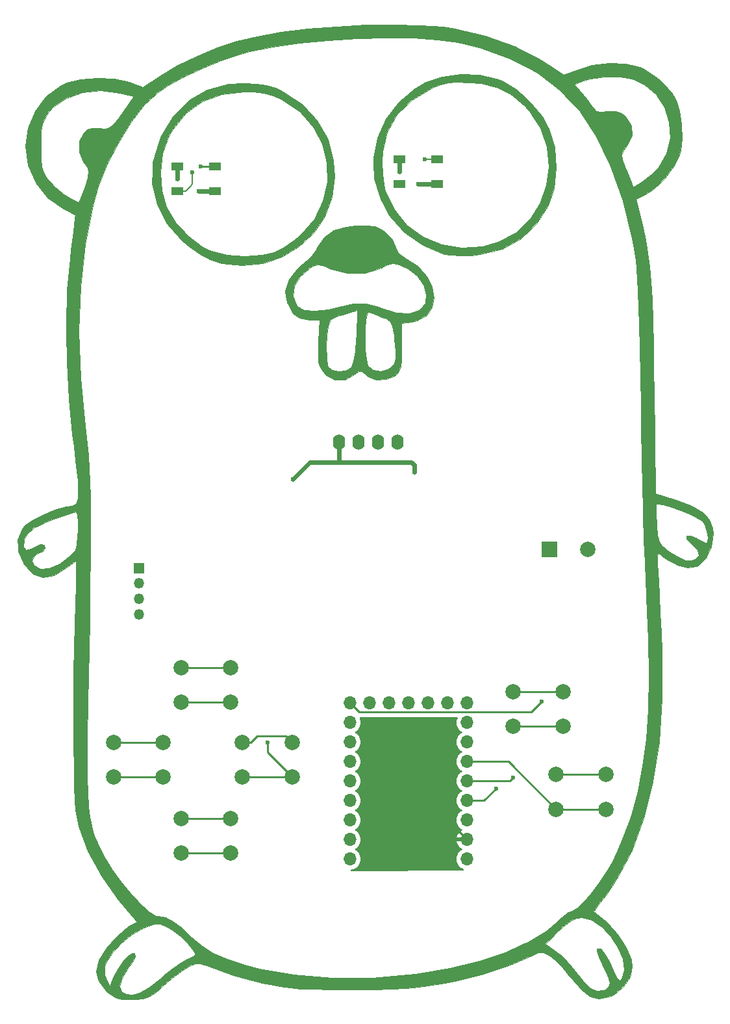
<source format=gbr>
G04 #@! TF.GenerationSoftware,KiCad,Pcbnew,8.0.5-8.0.5-0~ubuntu24.04.1*
G04 #@! TF.CreationDate,2024-10-05T12:13:45+09:00*
G04 #@! TF.ProjectId,gopher_rp2040_sw,676f7068-6572-45f7-9270-323034305f73,rev?*
G04 #@! TF.SameCoordinates,Original*
G04 #@! TF.FileFunction,Copper,L1,Top*
G04 #@! TF.FilePolarity,Positive*
%FSLAX46Y46*%
G04 Gerber Fmt 4.6, Leading zero omitted, Abs format (unit mm)*
G04 Created by KiCad (PCBNEW 8.0.5-8.0.5-0~ubuntu24.04.1) date 2024-10-05 12:13:45*
%MOMM*%
%LPD*%
G01*
G04 APERTURE LIST*
G04 #@! TA.AperFunction,EtchedComponent*
%ADD10C,0.010000*%
G04 #@! TD*
G04 #@! TA.AperFunction,SMDPad,CuDef*
%ADD11R,1.500000X1.000000*%
G04 #@! TD*
G04 #@! TA.AperFunction,ComponentPad*
%ADD12O,1.700000X1.700000*%
G04 #@! TD*
G04 #@! TA.AperFunction,ComponentPad*
%ADD13O,1.600000X2.000000*%
G04 #@! TD*
G04 #@! TA.AperFunction,ComponentPad*
%ADD14C,2.000000*%
G04 #@! TD*
G04 #@! TA.AperFunction,ComponentPad*
%ADD15R,1.350000X1.350000*%
G04 #@! TD*
G04 #@! TA.AperFunction,ComponentPad*
%ADD16O,1.350000X1.350000*%
G04 #@! TD*
G04 #@! TA.AperFunction,ComponentPad*
%ADD17R,2.000000X2.000000*%
G04 #@! TD*
G04 #@! TA.AperFunction,ViaPad*
%ADD18C,0.600000*%
G04 #@! TD*
G04 #@! TA.AperFunction,Conductor*
%ADD19C,0.200000*%
G04 #@! TD*
G04 #@! TA.AperFunction,Conductor*
%ADD20C,0.600000*%
G04 #@! TD*
G04 #@! TA.AperFunction,Conductor*
%ADD21C,0.250000*%
G04 #@! TD*
G04 APERTURE END LIST*
D10*
X124869317Y-59894845D02*
X127830958Y-60127204D01*
X129354612Y-60348256D01*
X133351753Y-61298945D01*
X137127981Y-62643845D01*
X140502220Y-64311145D01*
X142350451Y-65502215D01*
X143596616Y-66399437D01*
X145434737Y-65651375D01*
X147363572Y-65104059D01*
X149513404Y-64873346D01*
X151631696Y-64958840D01*
X153465913Y-65360141D01*
X154171899Y-65665156D01*
X156082196Y-66995174D01*
X157619348Y-68662350D01*
X158240013Y-69673887D01*
X158682628Y-71034304D01*
X158942308Y-72804544D01*
X158998273Y-74666258D01*
X158829743Y-76301098D01*
X158704530Y-76790372D01*
X157938244Y-78339847D01*
X156719789Y-79908908D01*
X155271229Y-81240779D01*
X154331240Y-81847337D01*
X152994406Y-82549398D01*
X153498238Y-84528375D01*
X153916072Y-86249599D01*
X154261205Y-87890031D01*
X154541707Y-89548383D01*
X154765644Y-91323364D01*
X154941085Y-93313687D01*
X155076097Y-95618061D01*
X155178747Y-98335199D01*
X155257104Y-101563810D01*
X155319235Y-105402606D01*
X155340617Y-107070537D01*
X155508740Y-120910193D01*
X158217587Y-121775792D01*
X160289105Y-122543193D01*
X161720666Y-123349537D01*
X162597137Y-124270734D01*
X163003388Y-125382692D01*
X163057143Y-126104404D01*
X162808018Y-127838807D01*
X162127515Y-129293001D01*
X161115948Y-130272303D01*
X160836342Y-130414491D01*
X159731770Y-130538966D01*
X158375088Y-130197919D01*
X157011043Y-129470343D01*
X156398135Y-128982077D01*
X156089606Y-128727055D01*
X155898309Y-128717661D01*
X155808305Y-129064412D01*
X155803654Y-129877829D01*
X155868420Y-131268428D01*
X155924720Y-132264705D01*
X156026572Y-134155187D01*
X156143595Y-136509602D01*
X156262230Y-139045411D01*
X156368917Y-141480075D01*
X156381835Y-141789705D01*
X156415405Y-147649691D01*
X156028842Y-153196556D01*
X155236407Y-158369120D01*
X154052367Y-163106199D01*
X152490985Y-167346614D01*
X150566526Y-171029181D01*
X149064373Y-173175142D01*
X148271700Y-174205678D01*
X147718899Y-174980158D01*
X147511214Y-175350049D01*
X147515552Y-175361020D01*
X149177867Y-176664246D01*
X150625601Y-178255651D01*
X151739569Y-179963938D01*
X152400583Y-181617811D01*
X152530881Y-182569134D01*
X152205436Y-183910769D01*
X151334260Y-185171610D01*
X150086400Y-186141654D01*
X149416786Y-186437754D01*
X148201938Y-186658635D01*
X147084747Y-186393813D01*
X145946233Y-185580470D01*
X144667415Y-184155782D01*
X144369860Y-183772990D01*
X143389867Y-182598464D01*
X142415176Y-181609211D01*
X141649726Y-181011331D01*
X141622244Y-180996278D01*
X140874178Y-180669405D01*
X140239936Y-180680930D01*
X139377594Y-181051521D01*
X139201178Y-181142615D01*
X136425868Y-182368400D01*
X133093242Y-183467320D01*
X129368035Y-184387444D01*
X128120301Y-184635577D01*
X126387074Y-184936373D01*
X124749457Y-185158003D01*
X123043067Y-185311808D01*
X121103516Y-185409128D01*
X118766421Y-185461306D01*
X115885715Y-185479651D01*
X113168729Y-185475569D01*
X111031274Y-185445906D01*
X109327306Y-185379800D01*
X107910782Y-185266392D01*
X106635658Y-185094823D01*
X105355892Y-184854233D01*
X104283101Y-184616881D01*
X102406343Y-184143587D01*
X100513071Y-183597621D01*
X98890352Y-183064527D01*
X98229891Y-182813052D01*
X97003607Y-182327294D01*
X96206183Y-182109622D01*
X95597232Y-182139214D01*
X94936364Y-182395246D01*
X94703339Y-182507578D01*
X93779382Y-183074583D01*
X92586147Y-183960565D01*
X91391864Y-184965084D01*
X90303888Y-185912624D01*
X89503005Y-186461313D01*
X88743601Y-186719629D01*
X87780064Y-186796048D01*
X87237259Y-186800000D01*
X85933810Y-186745889D01*
X85060781Y-186519433D01*
X84326659Y-186024446D01*
X84013443Y-185736297D01*
X82976153Y-184425670D01*
X82739149Y-183505465D01*
X83747599Y-183505465D01*
X83967724Y-184211140D01*
X84405726Y-185053627D01*
X84851185Y-183965784D01*
X85408792Y-182882811D01*
X86113464Y-181878567D01*
X86828263Y-181108043D01*
X87416248Y-180726231D01*
X87675351Y-180769331D01*
X87693682Y-181300888D01*
X87155254Y-182240814D01*
X86910647Y-182566750D01*
X86000641Y-183964580D01*
X85681894Y-185048085D01*
X85958888Y-185779679D01*
X86494286Y-186058188D01*
X87389763Y-186155379D01*
X88334544Y-185908214D01*
X89463335Y-185252687D01*
X90910838Y-184124789D01*
X91351384Y-183750250D01*
X92544811Y-182785612D01*
X93659929Y-181990635D01*
X94481380Y-181517153D01*
X94567858Y-181482560D01*
X95276025Y-181152907D01*
X95550610Y-180880371D01*
X95258236Y-180298684D01*
X94553472Y-179469526D01*
X93620688Y-178570539D01*
X92644250Y-177779365D01*
X91808529Y-177273645D01*
X91806315Y-177272691D01*
X90971273Y-176961436D01*
X90294534Y-176915358D01*
X89473226Y-177156086D01*
X88673604Y-177496415D01*
X87319442Y-178290994D01*
X85963410Y-179407340D01*
X84788768Y-180661011D01*
X83978774Y-181867561D01*
X83754299Y-182447543D01*
X83747599Y-183505465D01*
X82739149Y-183505465D01*
X82637384Y-183110351D01*
X82975390Y-181694292D01*
X83058238Y-181517436D01*
X83987123Y-180036840D01*
X85222519Y-178606936D01*
X86517790Y-177499289D01*
X86949782Y-177232513D01*
X87949564Y-176693471D01*
X85556939Y-173809235D01*
X83286157Y-170681966D01*
X81543722Y-167447485D01*
X80389920Y-164232018D01*
X79971514Y-162114361D01*
X79867376Y-160852315D01*
X79784156Y-158960756D01*
X79722108Y-156556926D01*
X79681485Y-153758068D01*
X79662539Y-150681424D01*
X79665522Y-147444238D01*
X79690688Y-144163751D01*
X79738290Y-140957207D01*
X79808580Y-137941848D01*
X79901811Y-135234916D01*
X79912993Y-134972170D01*
X79987807Y-133075898D01*
X80036418Y-131477721D01*
X80055937Y-130309841D01*
X80043475Y-129704461D01*
X80029361Y-129649376D01*
X79696968Y-129853392D01*
X79008865Y-130361379D01*
X78759361Y-130554741D01*
X77140426Y-131549173D01*
X75715254Y-131829488D01*
X74457750Y-131393518D01*
X73341820Y-130239098D01*
X73245494Y-130096941D01*
X72477333Y-128445731D01*
X72441837Y-127874251D01*
X73174805Y-127874251D01*
X73479135Y-128300595D01*
X74171591Y-128107640D01*
X74359405Y-127989414D01*
X75330026Y-127476966D01*
X75859122Y-127550523D01*
X75971429Y-127969117D01*
X75703804Y-128464854D01*
X75471573Y-128529411D01*
X74835656Y-128792932D01*
X74520000Y-129089705D01*
X74251204Y-129687555D01*
X74520000Y-130210294D01*
X75364198Y-130715173D01*
X76530168Y-130643309D01*
X77902021Y-130013876D01*
X78573935Y-129539536D01*
X79411244Y-128850681D01*
X79890107Y-128269534D01*
X80123206Y-127545207D01*
X80223223Y-126426814D01*
X80251579Y-125804242D01*
X80261562Y-124547472D01*
X80185005Y-123648625D01*
X80038449Y-123300058D01*
X80036242Y-123300000D01*
X79442635Y-123430361D01*
X78404376Y-123766081D01*
X77146265Y-124224112D01*
X75893105Y-124721404D01*
X74869695Y-125174910D01*
X74621601Y-125300326D01*
X73748197Y-126017303D01*
X73281415Y-126852667D01*
X73174805Y-127874251D01*
X72441837Y-127874251D01*
X72380899Y-126893181D01*
X72954458Y-125520776D01*
X73352695Y-125058532D01*
X74300398Y-124376979D01*
X75692573Y-123662753D01*
X77261885Y-123028715D01*
X78740993Y-122587725D01*
X79508926Y-122459589D01*
X79876735Y-122357005D01*
X80132677Y-122065493D01*
X80276964Y-121501089D01*
X80309804Y-120579833D01*
X80231408Y-119217761D01*
X80041986Y-117330910D01*
X79741748Y-114835318D01*
X79532101Y-113193300D01*
X79059978Y-108585163D01*
X78791445Y-103778142D01*
X78739220Y-99835108D01*
X80375149Y-99835108D01*
X80566616Y-105828033D01*
X81090326Y-111227809D01*
X81289979Y-112838139D01*
X81458266Y-114382259D01*
X81596338Y-115931128D01*
X81705346Y-117555705D01*
X81786439Y-119326948D01*
X81840769Y-121315816D01*
X81869487Y-123593269D01*
X81873743Y-126230263D01*
X81854687Y-129297759D01*
X81813470Y-132866715D01*
X81751243Y-137008090D01*
X81669156Y-141792842D01*
X81625260Y-144217647D01*
X81548449Y-148544401D01*
X81494226Y-152198824D01*
X81469349Y-155255468D01*
X81480578Y-157788882D01*
X81534672Y-159873618D01*
X81638390Y-161584226D01*
X81798491Y-162995256D01*
X82021734Y-164181259D01*
X82314879Y-165216787D01*
X82684684Y-166176388D01*
X83137909Y-167134615D01*
X83681312Y-168166017D01*
X83819675Y-168421270D01*
X84760570Y-169953509D01*
X85914232Y-171533848D01*
X87168800Y-173040218D01*
X88412414Y-174350549D01*
X89533212Y-175342771D01*
X90419334Y-175894816D01*
X90734950Y-175967647D01*
X91684139Y-176101439D01*
X92655521Y-176563671D01*
X93797677Y-177445628D01*
X95021429Y-178601086D01*
X96364153Y-179765857D01*
X97885803Y-180719921D01*
X99736287Y-181533493D01*
X102065513Y-182276792D01*
X103873003Y-182747149D01*
X108397730Y-183573445D01*
X113387487Y-183972480D01*
X118709191Y-183940081D01*
X124229756Y-183472073D01*
X124775715Y-183402713D01*
X128813218Y-182723448D01*
X132580863Y-181792975D01*
X135980386Y-180647397D01*
X138288270Y-179605178D01*
X141227821Y-179605178D01*
X142436053Y-180375704D01*
X143321108Y-181102846D01*
X144348025Y-182178047D01*
X145049102Y-183046137D01*
X146182198Y-184467824D01*
X147096549Y-185308647D01*
X147918912Y-185644707D01*
X148776039Y-185552106D01*
X149057466Y-185452683D01*
X149480058Y-185167894D01*
X149581025Y-184676316D01*
X149343274Y-183837516D01*
X148749716Y-182511056D01*
X148682510Y-182371736D01*
X148208261Y-181288340D01*
X147950760Y-180487603D01*
X147948027Y-180190756D01*
X148384576Y-180183444D01*
X148969636Y-180807016D01*
X149637416Y-181978613D01*
X149988905Y-182761087D01*
X150493828Y-183844046D01*
X150851367Y-184280120D01*
X151111689Y-184150061D01*
X151461175Y-182936591D01*
X151277260Y-181506832D01*
X150663145Y-180003169D01*
X149722030Y-178567985D01*
X148557114Y-177343664D01*
X147271599Y-176472592D01*
X145968685Y-176097152D01*
X145310898Y-176146779D01*
X144512582Y-176534175D01*
X143499596Y-177297284D01*
X142768436Y-177989236D01*
X141227821Y-179605178D01*
X138288270Y-179605178D01*
X138913527Y-179322818D01*
X141282022Y-177855342D01*
X142375934Y-176936029D01*
X143357873Y-176061745D01*
X144193144Y-175443782D01*
X144683687Y-175220588D01*
X145266083Y-174926151D01*
X146121507Y-174132297D01*
X147138510Y-172973213D01*
X148205645Y-171583083D01*
X149211462Y-170096094D01*
X149871242Y-168974678D01*
X150564981Y-167532684D01*
X151333864Y-165675168D01*
X152056028Y-163705610D01*
X152362290Y-162771144D01*
X153215833Y-159659717D01*
X153868931Y-156392769D01*
X154327991Y-152876134D01*
X154599422Y-149015645D01*
X154689629Y-144717135D01*
X154605021Y-139886438D01*
X154352005Y-134429387D01*
X154323649Y-133945588D01*
X154238453Y-132234548D01*
X154146186Y-129887041D01*
X154049974Y-127013584D01*
X153952944Y-123724695D01*
X153924615Y-122649836D01*
X155587245Y-122649836D01*
X155617444Y-123595607D01*
X155700889Y-124881966D01*
X155704666Y-124930339D01*
X155828295Y-126289507D01*
X156012255Y-127136831D01*
X156374956Y-127705128D01*
X157034807Y-128227216D01*
X157556917Y-128572251D01*
X158713859Y-129276251D01*
X159518268Y-129590458D01*
X160195789Y-129576578D01*
X160668895Y-129423271D01*
X161188216Y-128958247D01*
X161053454Y-128289766D01*
X160281953Y-127497866D01*
X160245664Y-127470422D01*
X159594515Y-126818892D01*
X159577591Y-126429055D01*
X160118234Y-126412333D01*
X160787753Y-126682485D01*
X161581516Y-127090828D01*
X162059286Y-127334583D01*
X162311618Y-127207159D01*
X162355244Y-126613339D01*
X162225565Y-125790256D01*
X161957986Y-124975042D01*
X161627597Y-124443113D01*
X161066964Y-124078420D01*
X160082469Y-123616019D01*
X158868942Y-123127118D01*
X157621215Y-122682922D01*
X156534119Y-122354639D01*
X155802484Y-122213476D01*
X155616887Y-122246320D01*
X155587245Y-122649836D01*
X153924615Y-122649836D01*
X153858223Y-120130891D01*
X153768939Y-116342691D01*
X153688218Y-112470612D01*
X153636696Y-109666176D01*
X153561839Y-105460128D01*
X153492331Y-101924522D01*
X153424331Y-98982800D01*
X153353997Y-96558404D01*
X153277488Y-94574777D01*
X153190962Y-92955361D01*
X153090578Y-91623599D01*
X152972494Y-90502933D01*
X152832869Y-89516806D01*
X152667861Y-88588660D01*
X152549609Y-88001470D01*
X151269263Y-82806801D01*
X149711869Y-78276843D01*
X147842579Y-74372084D01*
X145626545Y-71053009D01*
X143028921Y-68280104D01*
X142151551Y-67620416D01*
X144927600Y-67620416D01*
X145872158Y-68659472D01*
X146664881Y-69597733D01*
X147318956Y-70478319D01*
X147357247Y-70536748D01*
X147830351Y-71074939D01*
X148466071Y-71233205D01*
X149324239Y-71140157D01*
X150395846Y-71066864D01*
X151159246Y-71358075D01*
X151642493Y-71767785D01*
X152385338Y-72930329D01*
X152449800Y-74239622D01*
X151830063Y-75561783D01*
X151808572Y-75590160D01*
X151347845Y-76227277D01*
X151150384Y-76743732D01*
X151219442Y-77368555D01*
X151558272Y-78330780D01*
X151858147Y-79080220D01*
X152633436Y-81005761D01*
X153849697Y-80267043D01*
X154948566Y-79442943D01*
X155934814Y-78464905D01*
X155967721Y-78425120D01*
X157015382Y-76615584D01*
X157463636Y-74615368D01*
X157355712Y-72569135D01*
X156734840Y-70621547D01*
X155644248Y-68917266D01*
X154127167Y-67600956D01*
X152521132Y-66891418D01*
X150866195Y-66639934D01*
X148921385Y-66647392D01*
X147046927Y-66895695D01*
X145918800Y-67223105D01*
X144927600Y-67620416D01*
X142151551Y-67620416D01*
X140014859Y-66013855D01*
X136549512Y-64214749D01*
X132598033Y-62843272D01*
X129764287Y-62164838D01*
X127152890Y-61785720D01*
X123997381Y-61574552D01*
X120458756Y-61522527D01*
X116698012Y-61620835D01*
X112876145Y-61860671D01*
X109154150Y-62233225D01*
X105693024Y-62729689D01*
X102653764Y-63341257D01*
X101208203Y-63727102D01*
X98876390Y-64520592D01*
X96430179Y-65520208D01*
X94079990Y-66627530D01*
X92036245Y-67744140D01*
X90640202Y-68670043D01*
X88933267Y-70283280D01*
X87214024Y-72474637D01*
X85575342Y-75083060D01*
X84110091Y-77947498D01*
X82911141Y-80906900D01*
X82179063Y-83343090D01*
X81187863Y-88426404D01*
X80584394Y-93979154D01*
X80375149Y-99835108D01*
X78739220Y-99835108D01*
X78727958Y-98984847D01*
X78870973Y-94417886D01*
X79221947Y-90289868D01*
X79367543Y-89172113D01*
X79603534Y-87449756D01*
X79780784Y-86022864D01*
X79882334Y-85038322D01*
X79891224Y-84643017D01*
X79890529Y-84642291D01*
X79530161Y-84430987D01*
X78742364Y-84007488D01*
X78278274Y-83764679D01*
X76307565Y-82342765D01*
X74780723Y-80424325D01*
X73790976Y-78164959D01*
X73431549Y-75720266D01*
X73431429Y-75675000D01*
X75427143Y-75675000D01*
X75451155Y-77247245D01*
X75558888Y-78305680D01*
X75803884Y-79082904D01*
X76239689Y-79811518D01*
X76444476Y-80094408D01*
X77253069Y-80969577D01*
X78311886Y-81847579D01*
X79385490Y-82556740D01*
X80238440Y-82925386D01*
X80350163Y-82942315D01*
X80560130Y-82626525D01*
X80892341Y-81791665D01*
X81187364Y-80897129D01*
X81529311Y-79719783D01*
X81636212Y-78998026D01*
X81498419Y-78477334D01*
X81106287Y-77903184D01*
X81072201Y-77858520D01*
X80424151Y-76480767D01*
X80456843Y-75039378D01*
X80919705Y-74034419D01*
X81438117Y-73470429D01*
X82123675Y-73279065D01*
X83006134Y-73329005D01*
X83803409Y-73387332D01*
X84372778Y-73262684D01*
X84899186Y-72833323D01*
X85567582Y-71977507D01*
X86015143Y-71348345D01*
X87531714Y-69200117D01*
X85715923Y-68751704D01*
X83211895Y-68420175D01*
X80834199Y-68646284D01*
X78718715Y-69392705D01*
X77001325Y-70622110D01*
X76404518Y-71309518D01*
X75908844Y-72056607D01*
X75615333Y-72794162D01*
X75472451Y-73752360D01*
X75428664Y-75161381D01*
X75427143Y-75675000D01*
X73431429Y-75675000D01*
X73763329Y-73295128D01*
X74692211Y-71085681D01*
X76117847Y-69201577D01*
X77940007Y-67797730D01*
X78790232Y-67392246D01*
X80605770Y-66928594D01*
X82776828Y-66756340D01*
X84990353Y-66876316D01*
X86933295Y-67289355D01*
X87164133Y-67369961D01*
X88741123Y-67954984D01*
X90894283Y-66522399D01*
X93121328Y-65217225D01*
X95804702Y-63923756D01*
X98682352Y-62759621D01*
X101008572Y-61982438D01*
X103598242Y-61352816D01*
X106735745Y-60817815D01*
X110256182Y-60386940D01*
X113994656Y-60069700D01*
X117786269Y-59875599D01*
X121466122Y-59814145D01*
X124869317Y-59894845D01*
G04 #@! TA.AperFunction,EtchedComponent*
G36*
X124869317Y-59894845D02*
G01*
X127830958Y-60127204D01*
X129354612Y-60348256D01*
X133351753Y-61298945D01*
X137127981Y-62643845D01*
X140502220Y-64311145D01*
X142350451Y-65502215D01*
X143596616Y-66399437D01*
X145434737Y-65651375D01*
X147363572Y-65104059D01*
X149513404Y-64873346D01*
X151631696Y-64958840D01*
X153465913Y-65360141D01*
X154171899Y-65665156D01*
X156082196Y-66995174D01*
X157619348Y-68662350D01*
X158240013Y-69673887D01*
X158682628Y-71034304D01*
X158942308Y-72804544D01*
X158998273Y-74666258D01*
X158829743Y-76301098D01*
X158704530Y-76790372D01*
X157938244Y-78339847D01*
X156719789Y-79908908D01*
X155271229Y-81240779D01*
X154331240Y-81847337D01*
X152994406Y-82549398D01*
X153498238Y-84528375D01*
X153916072Y-86249599D01*
X154261205Y-87890031D01*
X154541707Y-89548383D01*
X154765644Y-91323364D01*
X154941085Y-93313687D01*
X155076097Y-95618061D01*
X155178747Y-98335199D01*
X155257104Y-101563810D01*
X155319235Y-105402606D01*
X155340617Y-107070537D01*
X155508740Y-120910193D01*
X158217587Y-121775792D01*
X160289105Y-122543193D01*
X161720666Y-123349537D01*
X162597137Y-124270734D01*
X163003388Y-125382692D01*
X163057143Y-126104404D01*
X162808018Y-127838807D01*
X162127515Y-129293001D01*
X161115948Y-130272303D01*
X160836342Y-130414491D01*
X159731770Y-130538966D01*
X158375088Y-130197919D01*
X157011043Y-129470343D01*
X156398135Y-128982077D01*
X156089606Y-128727055D01*
X155898309Y-128717661D01*
X155808305Y-129064412D01*
X155803654Y-129877829D01*
X155868420Y-131268428D01*
X155924720Y-132264705D01*
X156026572Y-134155187D01*
X156143595Y-136509602D01*
X156262230Y-139045411D01*
X156368917Y-141480075D01*
X156381835Y-141789705D01*
X156415405Y-147649691D01*
X156028842Y-153196556D01*
X155236407Y-158369120D01*
X154052367Y-163106199D01*
X152490985Y-167346614D01*
X150566526Y-171029181D01*
X149064373Y-173175142D01*
X148271700Y-174205678D01*
X147718899Y-174980158D01*
X147511214Y-175350049D01*
X147515552Y-175361020D01*
X149177867Y-176664246D01*
X150625601Y-178255651D01*
X151739569Y-179963938D01*
X152400583Y-181617811D01*
X152530881Y-182569134D01*
X152205436Y-183910769D01*
X151334260Y-185171610D01*
X150086400Y-186141654D01*
X149416786Y-186437754D01*
X148201938Y-186658635D01*
X147084747Y-186393813D01*
X145946233Y-185580470D01*
X144667415Y-184155782D01*
X144369860Y-183772990D01*
X143389867Y-182598464D01*
X142415176Y-181609211D01*
X141649726Y-181011331D01*
X141622244Y-180996278D01*
X140874178Y-180669405D01*
X140239936Y-180680930D01*
X139377594Y-181051521D01*
X139201178Y-181142615D01*
X136425868Y-182368400D01*
X133093242Y-183467320D01*
X129368035Y-184387444D01*
X128120301Y-184635577D01*
X126387074Y-184936373D01*
X124749457Y-185158003D01*
X123043067Y-185311808D01*
X121103516Y-185409128D01*
X118766421Y-185461306D01*
X115885715Y-185479651D01*
X113168729Y-185475569D01*
X111031274Y-185445906D01*
X109327306Y-185379800D01*
X107910782Y-185266392D01*
X106635658Y-185094823D01*
X105355892Y-184854233D01*
X104283101Y-184616881D01*
X102406343Y-184143587D01*
X100513071Y-183597621D01*
X98890352Y-183064527D01*
X98229891Y-182813052D01*
X97003607Y-182327294D01*
X96206183Y-182109622D01*
X95597232Y-182139214D01*
X94936364Y-182395246D01*
X94703339Y-182507578D01*
X93779382Y-183074583D01*
X92586147Y-183960565D01*
X91391864Y-184965084D01*
X90303888Y-185912624D01*
X89503005Y-186461313D01*
X88743601Y-186719629D01*
X87780064Y-186796048D01*
X87237259Y-186800000D01*
X85933810Y-186745889D01*
X85060781Y-186519433D01*
X84326659Y-186024446D01*
X84013443Y-185736297D01*
X82976153Y-184425670D01*
X82739149Y-183505465D01*
X83747599Y-183505465D01*
X83967724Y-184211140D01*
X84405726Y-185053627D01*
X84851185Y-183965784D01*
X85408792Y-182882811D01*
X86113464Y-181878567D01*
X86828263Y-181108043D01*
X87416248Y-180726231D01*
X87675351Y-180769331D01*
X87693682Y-181300888D01*
X87155254Y-182240814D01*
X86910647Y-182566750D01*
X86000641Y-183964580D01*
X85681894Y-185048085D01*
X85958888Y-185779679D01*
X86494286Y-186058188D01*
X87389763Y-186155379D01*
X88334544Y-185908214D01*
X89463335Y-185252687D01*
X90910838Y-184124789D01*
X91351384Y-183750250D01*
X92544811Y-182785612D01*
X93659929Y-181990635D01*
X94481380Y-181517153D01*
X94567858Y-181482560D01*
X95276025Y-181152907D01*
X95550610Y-180880371D01*
X95258236Y-180298684D01*
X94553472Y-179469526D01*
X93620688Y-178570539D01*
X92644250Y-177779365D01*
X91808529Y-177273645D01*
X91806315Y-177272691D01*
X90971273Y-176961436D01*
X90294534Y-176915358D01*
X89473226Y-177156086D01*
X88673604Y-177496415D01*
X87319442Y-178290994D01*
X85963410Y-179407340D01*
X84788768Y-180661011D01*
X83978774Y-181867561D01*
X83754299Y-182447543D01*
X83747599Y-183505465D01*
X82739149Y-183505465D01*
X82637384Y-183110351D01*
X82975390Y-181694292D01*
X83058238Y-181517436D01*
X83987123Y-180036840D01*
X85222519Y-178606936D01*
X86517790Y-177499289D01*
X86949782Y-177232513D01*
X87949564Y-176693471D01*
X85556939Y-173809235D01*
X83286157Y-170681966D01*
X81543722Y-167447485D01*
X80389920Y-164232018D01*
X79971514Y-162114361D01*
X79867376Y-160852315D01*
X79784156Y-158960756D01*
X79722108Y-156556926D01*
X79681485Y-153758068D01*
X79662539Y-150681424D01*
X79665522Y-147444238D01*
X79690688Y-144163751D01*
X79738290Y-140957207D01*
X79808580Y-137941848D01*
X79901811Y-135234916D01*
X79912993Y-134972170D01*
X79987807Y-133075898D01*
X80036418Y-131477721D01*
X80055937Y-130309841D01*
X80043475Y-129704461D01*
X80029361Y-129649376D01*
X79696968Y-129853392D01*
X79008865Y-130361379D01*
X78759361Y-130554741D01*
X77140426Y-131549173D01*
X75715254Y-131829488D01*
X74457750Y-131393518D01*
X73341820Y-130239098D01*
X73245494Y-130096941D01*
X72477333Y-128445731D01*
X72441837Y-127874251D01*
X73174805Y-127874251D01*
X73479135Y-128300595D01*
X74171591Y-128107640D01*
X74359405Y-127989414D01*
X75330026Y-127476966D01*
X75859122Y-127550523D01*
X75971429Y-127969117D01*
X75703804Y-128464854D01*
X75471573Y-128529411D01*
X74835656Y-128792932D01*
X74520000Y-129089705D01*
X74251204Y-129687555D01*
X74520000Y-130210294D01*
X75364198Y-130715173D01*
X76530168Y-130643309D01*
X77902021Y-130013876D01*
X78573935Y-129539536D01*
X79411244Y-128850681D01*
X79890107Y-128269534D01*
X80123206Y-127545207D01*
X80223223Y-126426814D01*
X80251579Y-125804242D01*
X80261562Y-124547472D01*
X80185005Y-123648625D01*
X80038449Y-123300058D01*
X80036242Y-123300000D01*
X79442635Y-123430361D01*
X78404376Y-123766081D01*
X77146265Y-124224112D01*
X75893105Y-124721404D01*
X74869695Y-125174910D01*
X74621601Y-125300326D01*
X73748197Y-126017303D01*
X73281415Y-126852667D01*
X73174805Y-127874251D01*
X72441837Y-127874251D01*
X72380899Y-126893181D01*
X72954458Y-125520776D01*
X73352695Y-125058532D01*
X74300398Y-124376979D01*
X75692573Y-123662753D01*
X77261885Y-123028715D01*
X78740993Y-122587725D01*
X79508926Y-122459589D01*
X79876735Y-122357005D01*
X80132677Y-122065493D01*
X80276964Y-121501089D01*
X80309804Y-120579833D01*
X80231408Y-119217761D01*
X80041986Y-117330910D01*
X79741748Y-114835318D01*
X79532101Y-113193300D01*
X79059978Y-108585163D01*
X78791445Y-103778142D01*
X78739220Y-99835108D01*
X80375149Y-99835108D01*
X80566616Y-105828033D01*
X81090326Y-111227809D01*
X81289979Y-112838139D01*
X81458266Y-114382259D01*
X81596338Y-115931128D01*
X81705346Y-117555705D01*
X81786439Y-119326948D01*
X81840769Y-121315816D01*
X81869487Y-123593269D01*
X81873743Y-126230263D01*
X81854687Y-129297759D01*
X81813470Y-132866715D01*
X81751243Y-137008090D01*
X81669156Y-141792842D01*
X81625260Y-144217647D01*
X81548449Y-148544401D01*
X81494226Y-152198824D01*
X81469349Y-155255468D01*
X81480578Y-157788882D01*
X81534672Y-159873618D01*
X81638390Y-161584226D01*
X81798491Y-162995256D01*
X82021734Y-164181259D01*
X82314879Y-165216787D01*
X82684684Y-166176388D01*
X83137909Y-167134615D01*
X83681312Y-168166017D01*
X83819675Y-168421270D01*
X84760570Y-169953509D01*
X85914232Y-171533848D01*
X87168800Y-173040218D01*
X88412414Y-174350549D01*
X89533212Y-175342771D01*
X90419334Y-175894816D01*
X90734950Y-175967647D01*
X91684139Y-176101439D01*
X92655521Y-176563671D01*
X93797677Y-177445628D01*
X95021429Y-178601086D01*
X96364153Y-179765857D01*
X97885803Y-180719921D01*
X99736287Y-181533493D01*
X102065513Y-182276792D01*
X103873003Y-182747149D01*
X108397730Y-183573445D01*
X113387487Y-183972480D01*
X118709191Y-183940081D01*
X124229756Y-183472073D01*
X124775715Y-183402713D01*
X128813218Y-182723448D01*
X132580863Y-181792975D01*
X135980386Y-180647397D01*
X138288270Y-179605178D01*
X141227821Y-179605178D01*
X142436053Y-180375704D01*
X143321108Y-181102846D01*
X144348025Y-182178047D01*
X145049102Y-183046137D01*
X146182198Y-184467824D01*
X147096549Y-185308647D01*
X147918912Y-185644707D01*
X148776039Y-185552106D01*
X149057466Y-185452683D01*
X149480058Y-185167894D01*
X149581025Y-184676316D01*
X149343274Y-183837516D01*
X148749716Y-182511056D01*
X148682510Y-182371736D01*
X148208261Y-181288340D01*
X147950760Y-180487603D01*
X147948027Y-180190756D01*
X148384576Y-180183444D01*
X148969636Y-180807016D01*
X149637416Y-181978613D01*
X149988905Y-182761087D01*
X150493828Y-183844046D01*
X150851367Y-184280120D01*
X151111689Y-184150061D01*
X151461175Y-182936591D01*
X151277260Y-181506832D01*
X150663145Y-180003169D01*
X149722030Y-178567985D01*
X148557114Y-177343664D01*
X147271599Y-176472592D01*
X145968685Y-176097152D01*
X145310898Y-176146779D01*
X144512582Y-176534175D01*
X143499596Y-177297284D01*
X142768436Y-177989236D01*
X141227821Y-179605178D01*
X138288270Y-179605178D01*
X138913527Y-179322818D01*
X141282022Y-177855342D01*
X142375934Y-176936029D01*
X143357873Y-176061745D01*
X144193144Y-175443782D01*
X144683687Y-175220588D01*
X145266083Y-174926151D01*
X146121507Y-174132297D01*
X147138510Y-172973213D01*
X148205645Y-171583083D01*
X149211462Y-170096094D01*
X149871242Y-168974678D01*
X150564981Y-167532684D01*
X151333864Y-165675168D01*
X152056028Y-163705610D01*
X152362290Y-162771144D01*
X153215833Y-159659717D01*
X153868931Y-156392769D01*
X154327991Y-152876134D01*
X154599422Y-149015645D01*
X154689629Y-144717135D01*
X154605021Y-139886438D01*
X154352005Y-134429387D01*
X154323649Y-133945588D01*
X154238453Y-132234548D01*
X154146186Y-129887041D01*
X154049974Y-127013584D01*
X153952944Y-123724695D01*
X153924615Y-122649836D01*
X155587245Y-122649836D01*
X155617444Y-123595607D01*
X155700889Y-124881966D01*
X155704666Y-124930339D01*
X155828295Y-126289507D01*
X156012255Y-127136831D01*
X156374956Y-127705128D01*
X157034807Y-128227216D01*
X157556917Y-128572251D01*
X158713859Y-129276251D01*
X159518268Y-129590458D01*
X160195789Y-129576578D01*
X160668895Y-129423271D01*
X161188216Y-128958247D01*
X161053454Y-128289766D01*
X160281953Y-127497866D01*
X160245664Y-127470422D01*
X159594515Y-126818892D01*
X159577591Y-126429055D01*
X160118234Y-126412333D01*
X160787753Y-126682485D01*
X161581516Y-127090828D01*
X162059286Y-127334583D01*
X162311618Y-127207159D01*
X162355244Y-126613339D01*
X162225565Y-125790256D01*
X161957986Y-124975042D01*
X161627597Y-124443113D01*
X161066964Y-124078420D01*
X160082469Y-123616019D01*
X158868942Y-123127118D01*
X157621215Y-122682922D01*
X156534119Y-122354639D01*
X155802484Y-122213476D01*
X155616887Y-122246320D01*
X155587245Y-122649836D01*
X153924615Y-122649836D01*
X153858223Y-120130891D01*
X153768939Y-116342691D01*
X153688218Y-112470612D01*
X153636696Y-109666176D01*
X153561839Y-105460128D01*
X153492331Y-101924522D01*
X153424331Y-98982800D01*
X153353997Y-96558404D01*
X153277488Y-94574777D01*
X153190962Y-92955361D01*
X153090578Y-91623599D01*
X152972494Y-90502933D01*
X152832869Y-89516806D01*
X152667861Y-88588660D01*
X152549609Y-88001470D01*
X151269263Y-82806801D01*
X149711869Y-78276843D01*
X147842579Y-74372084D01*
X145626545Y-71053009D01*
X143028921Y-68280104D01*
X142151551Y-67620416D01*
X144927600Y-67620416D01*
X145872158Y-68659472D01*
X146664881Y-69597733D01*
X147318956Y-70478319D01*
X147357247Y-70536748D01*
X147830351Y-71074939D01*
X148466071Y-71233205D01*
X149324239Y-71140157D01*
X150395846Y-71066864D01*
X151159246Y-71358075D01*
X151642493Y-71767785D01*
X152385338Y-72930329D01*
X152449800Y-74239622D01*
X151830063Y-75561783D01*
X151808572Y-75590160D01*
X151347845Y-76227277D01*
X151150384Y-76743732D01*
X151219442Y-77368555D01*
X151558272Y-78330780D01*
X151858147Y-79080220D01*
X152633436Y-81005761D01*
X153849697Y-80267043D01*
X154948566Y-79442943D01*
X155934814Y-78464905D01*
X155967721Y-78425120D01*
X157015382Y-76615584D01*
X157463636Y-74615368D01*
X157355712Y-72569135D01*
X156734840Y-70621547D01*
X155644248Y-68917266D01*
X154127167Y-67600956D01*
X152521132Y-66891418D01*
X150866195Y-66639934D01*
X148921385Y-66647392D01*
X147046927Y-66895695D01*
X145918800Y-67223105D01*
X144927600Y-67620416D01*
X142151551Y-67620416D01*
X140014859Y-66013855D01*
X136549512Y-64214749D01*
X132598033Y-62843272D01*
X129764287Y-62164838D01*
X127152890Y-61785720D01*
X123997381Y-61574552D01*
X120458756Y-61522527D01*
X116698012Y-61620835D01*
X112876145Y-61860671D01*
X109154150Y-62233225D01*
X105693024Y-62729689D01*
X102653764Y-63341257D01*
X101208203Y-63727102D01*
X98876390Y-64520592D01*
X96430179Y-65520208D01*
X94079990Y-66627530D01*
X92036245Y-67744140D01*
X90640202Y-68670043D01*
X88933267Y-70283280D01*
X87214024Y-72474637D01*
X85575342Y-75083060D01*
X84110091Y-77947498D01*
X82911141Y-80906900D01*
X82179063Y-83343090D01*
X81187863Y-88426404D01*
X80584394Y-93979154D01*
X80375149Y-99835108D01*
X78739220Y-99835108D01*
X78727958Y-98984847D01*
X78870973Y-94417886D01*
X79221947Y-90289868D01*
X79367543Y-89172113D01*
X79603534Y-87449756D01*
X79780784Y-86022864D01*
X79882334Y-85038322D01*
X79891224Y-84643017D01*
X79890529Y-84642291D01*
X79530161Y-84430987D01*
X78742364Y-84007488D01*
X78278274Y-83764679D01*
X76307565Y-82342765D01*
X74780723Y-80424325D01*
X73790976Y-78164959D01*
X73431549Y-75720266D01*
X73431429Y-75675000D01*
X75427143Y-75675000D01*
X75451155Y-77247245D01*
X75558888Y-78305680D01*
X75803884Y-79082904D01*
X76239689Y-79811518D01*
X76444476Y-80094408D01*
X77253069Y-80969577D01*
X78311886Y-81847579D01*
X79385490Y-82556740D01*
X80238440Y-82925386D01*
X80350163Y-82942315D01*
X80560130Y-82626525D01*
X80892341Y-81791665D01*
X81187364Y-80897129D01*
X81529311Y-79719783D01*
X81636212Y-78998026D01*
X81498419Y-78477334D01*
X81106287Y-77903184D01*
X81072201Y-77858520D01*
X80424151Y-76480767D01*
X80456843Y-75039378D01*
X80919705Y-74034419D01*
X81438117Y-73470429D01*
X82123675Y-73279065D01*
X83006134Y-73329005D01*
X83803409Y-73387332D01*
X84372778Y-73262684D01*
X84899186Y-72833323D01*
X85567582Y-71977507D01*
X86015143Y-71348345D01*
X87531714Y-69200117D01*
X85715923Y-68751704D01*
X83211895Y-68420175D01*
X80834199Y-68646284D01*
X78718715Y-69392705D01*
X77001325Y-70622110D01*
X76404518Y-71309518D01*
X75908844Y-72056607D01*
X75615333Y-72794162D01*
X75472451Y-73752360D01*
X75428664Y-75161381D01*
X75427143Y-75675000D01*
X73431429Y-75675000D01*
X73763329Y-73295128D01*
X74692211Y-71085681D01*
X76117847Y-69201577D01*
X77940007Y-67797730D01*
X78790232Y-67392246D01*
X80605770Y-66928594D01*
X82776828Y-66756340D01*
X84990353Y-66876316D01*
X86933295Y-67289355D01*
X87164133Y-67369961D01*
X88741123Y-67954984D01*
X90894283Y-66522399D01*
X93121328Y-65217225D01*
X95804702Y-63923756D01*
X98682352Y-62759621D01*
X101008572Y-61982438D01*
X103598242Y-61352816D01*
X106735745Y-60817815D01*
X110256182Y-60386940D01*
X113994656Y-60069700D01*
X117786269Y-59875599D01*
X121466122Y-59814145D01*
X124869317Y-59894845D01*
G37*
G04 #@! TD.AperFunction*
X118922404Y-86100490D02*
X119714554Y-86429667D01*
X120240000Y-86767250D01*
X121277432Y-87772437D01*
X121624251Y-88661185D01*
X122004572Y-89586577D01*
X122927366Y-90251043D01*
X124538282Y-91299028D01*
X125706636Y-92579141D01*
X126419453Y-93974298D01*
X126663758Y-95367413D01*
X126426579Y-96641404D01*
X125694941Y-97679185D01*
X124455870Y-98363674D01*
X123842305Y-98507943D01*
X122417143Y-98742539D01*
X122417143Y-101848618D01*
X122397712Y-103405959D01*
X122313208Y-104396487D01*
X122124315Y-104999978D01*
X121791716Y-105396207D01*
X121610691Y-105536172D01*
X120456619Y-106019565D01*
X119165107Y-106060936D01*
X118049469Y-105668871D01*
X117758304Y-105430606D01*
X117243578Y-104976304D01*
X116823703Y-105007880D01*
X116266677Y-105430606D01*
X115030487Y-106051411D01*
X113723889Y-106049650D01*
X112572386Y-105444399D01*
X112245364Y-105090441D01*
X111841300Y-104471399D01*
X111623184Y-103791012D01*
X111555784Y-102830157D01*
X111590634Y-101771635D01*
X112628632Y-101771635D01*
X112658850Y-103156591D01*
X112779335Y-104188847D01*
X112840251Y-104406214D01*
X113340645Y-104840178D01*
X114213104Y-104991275D01*
X115158118Y-104859769D01*
X115876174Y-104445919D01*
X115912505Y-104403534D01*
X116171371Y-103717730D01*
X116386453Y-102439113D01*
X116522477Y-100846563D01*
X117686520Y-100846563D01*
X117732990Y-102209983D01*
X117848888Y-103386028D01*
X118036281Y-104188309D01*
X118075624Y-104274556D01*
X118726222Y-104830406D01*
X119695352Y-104988204D01*
X120679357Y-104734435D01*
X121121225Y-104410084D01*
X121467618Y-103934205D01*
X121640299Y-103292441D01*
X121653721Y-102310748D01*
X121522335Y-100815080D01*
X121463062Y-100293298D01*
X121288286Y-99148297D01*
X121003820Y-98504486D01*
X120452210Y-98117616D01*
X119924073Y-97905950D01*
X118946279Y-97544100D01*
X118231186Y-97276516D01*
X118153572Y-97246953D01*
X117943004Y-97495964D01*
X117793595Y-98303163D01*
X117707411Y-99482160D01*
X117686520Y-100846563D01*
X116522477Y-100846563D01*
X116533145Y-100721669D01*
X116548216Y-100425259D01*
X116705420Y-97040508D01*
X115841996Y-97292481D01*
X114780325Y-97577380D01*
X114018512Y-97761136D01*
X113225157Y-98181377D01*
X112839808Y-99103201D01*
X112839227Y-99106188D01*
X112688739Y-100324620D01*
X112628632Y-101771635D01*
X111590634Y-101771635D01*
X111603867Y-101369708D01*
X111614735Y-101168382D01*
X111774273Y-98273529D01*
X110446102Y-98273529D01*
X109100180Y-97999781D01*
X108334548Y-97415130D01*
X107489329Y-96018289D01*
X107386199Y-95147061D01*
X108287631Y-95147061D01*
X108725427Y-96294531D01*
X108866239Y-96469852D01*
X109770607Y-96984364D01*
X111175109Y-97143176D01*
X112939994Y-96943018D01*
X114285903Y-96596690D01*
X116180122Y-96148173D01*
X117792491Y-96144593D01*
X119431247Y-96596023D01*
X119877143Y-96779411D01*
X121759808Y-97366472D01*
X123434522Y-97451522D01*
X124750323Y-97029560D01*
X124876405Y-96944995D01*
X125538315Y-96076457D01*
X125651900Y-94952589D01*
X125274196Y-93730083D01*
X124462236Y-92565633D01*
X123273056Y-91615933D01*
X122857845Y-91399370D01*
X121936060Y-91004279D01*
X121283164Y-90910774D01*
X120564626Y-91130314D01*
X119786900Y-91504559D01*
X117689399Y-92163268D01*
X115433696Y-92215151D01*
X113288833Y-91657254D01*
X113112062Y-91577798D01*
X112156581Y-91163987D01*
X111541265Y-91070725D01*
X110952106Y-91295126D01*
X110523699Y-91553999D01*
X109232332Y-92641655D01*
X108471788Y-93884389D01*
X108287631Y-95147061D01*
X107386199Y-95147061D01*
X107310308Y-94505956D01*
X107774548Y-92996830D01*
X108859113Y-91609609D01*
X109566289Y-91040705D01*
X110559551Y-90149817D01*
X111359658Y-89106219D01*
X111467352Y-88908751D01*
X112388579Y-87526247D01*
X113608527Y-86633797D01*
X115271980Y-86148815D01*
X116532314Y-86019661D01*
X117951730Y-85981983D01*
X118922404Y-86100490D01*
G04 #@! TA.AperFunction,EtchedComponent*
G36*
X118922404Y-86100490D02*
G01*
X119714554Y-86429667D01*
X120240000Y-86767250D01*
X121277432Y-87772437D01*
X121624251Y-88661185D01*
X122004572Y-89586577D01*
X122927366Y-90251043D01*
X124538282Y-91299028D01*
X125706636Y-92579141D01*
X126419453Y-93974298D01*
X126663758Y-95367413D01*
X126426579Y-96641404D01*
X125694941Y-97679185D01*
X124455870Y-98363674D01*
X123842305Y-98507943D01*
X122417143Y-98742539D01*
X122417143Y-101848618D01*
X122397712Y-103405959D01*
X122313208Y-104396487D01*
X122124315Y-104999978D01*
X121791716Y-105396207D01*
X121610691Y-105536172D01*
X120456619Y-106019565D01*
X119165107Y-106060936D01*
X118049469Y-105668871D01*
X117758304Y-105430606D01*
X117243578Y-104976304D01*
X116823703Y-105007880D01*
X116266677Y-105430606D01*
X115030487Y-106051411D01*
X113723889Y-106049650D01*
X112572386Y-105444399D01*
X112245364Y-105090441D01*
X111841300Y-104471399D01*
X111623184Y-103791012D01*
X111555784Y-102830157D01*
X111590634Y-101771635D01*
X112628632Y-101771635D01*
X112658850Y-103156591D01*
X112779335Y-104188847D01*
X112840251Y-104406214D01*
X113340645Y-104840178D01*
X114213104Y-104991275D01*
X115158118Y-104859769D01*
X115876174Y-104445919D01*
X115912505Y-104403534D01*
X116171371Y-103717730D01*
X116386453Y-102439113D01*
X116522477Y-100846563D01*
X117686520Y-100846563D01*
X117732990Y-102209983D01*
X117848888Y-103386028D01*
X118036281Y-104188309D01*
X118075624Y-104274556D01*
X118726222Y-104830406D01*
X119695352Y-104988204D01*
X120679357Y-104734435D01*
X121121225Y-104410084D01*
X121467618Y-103934205D01*
X121640299Y-103292441D01*
X121653721Y-102310748D01*
X121522335Y-100815080D01*
X121463062Y-100293298D01*
X121288286Y-99148297D01*
X121003820Y-98504486D01*
X120452210Y-98117616D01*
X119924073Y-97905950D01*
X118946279Y-97544100D01*
X118231186Y-97276516D01*
X118153572Y-97246953D01*
X117943004Y-97495964D01*
X117793595Y-98303163D01*
X117707411Y-99482160D01*
X117686520Y-100846563D01*
X116522477Y-100846563D01*
X116533145Y-100721669D01*
X116548216Y-100425259D01*
X116705420Y-97040508D01*
X115841996Y-97292481D01*
X114780325Y-97577380D01*
X114018512Y-97761136D01*
X113225157Y-98181377D01*
X112839808Y-99103201D01*
X112839227Y-99106188D01*
X112688739Y-100324620D01*
X112628632Y-101771635D01*
X111590634Y-101771635D01*
X111603867Y-101369708D01*
X111614735Y-101168382D01*
X111774273Y-98273529D01*
X110446102Y-98273529D01*
X109100180Y-97999781D01*
X108334548Y-97415130D01*
X107489329Y-96018289D01*
X107386199Y-95147061D01*
X108287631Y-95147061D01*
X108725427Y-96294531D01*
X108866239Y-96469852D01*
X109770607Y-96984364D01*
X111175109Y-97143176D01*
X112939994Y-96943018D01*
X114285903Y-96596690D01*
X116180122Y-96148173D01*
X117792491Y-96144593D01*
X119431247Y-96596023D01*
X119877143Y-96779411D01*
X121759808Y-97366472D01*
X123434522Y-97451522D01*
X124750323Y-97029560D01*
X124876405Y-96944995D01*
X125538315Y-96076457D01*
X125651900Y-94952589D01*
X125274196Y-93730083D01*
X124462236Y-92565633D01*
X123273056Y-91615933D01*
X122857845Y-91399370D01*
X121936060Y-91004279D01*
X121283164Y-90910774D01*
X120564626Y-91130314D01*
X119786900Y-91504559D01*
X117689399Y-92163268D01*
X115433696Y-92215151D01*
X113288833Y-91657254D01*
X113112062Y-91577798D01*
X112156581Y-91163987D01*
X111541265Y-91070725D01*
X110952106Y-91295126D01*
X110523699Y-91553999D01*
X109232332Y-92641655D01*
X108471788Y-93884389D01*
X108287631Y-95147061D01*
X107386199Y-95147061D01*
X107310308Y-94505956D01*
X107774548Y-92996830D01*
X108859113Y-91609609D01*
X109566289Y-91040705D01*
X110559551Y-90149817D01*
X111359658Y-89106219D01*
X111467352Y-88908751D01*
X112388579Y-87526247D01*
X113608527Y-86633797D01*
X115271980Y-86148815D01*
X116532314Y-86019661D01*
X117951730Y-85981983D01*
X118922404Y-86100490D01*
G37*
G04 #@! TD.AperFunction*
X103591359Y-67512525D02*
X104850816Y-67700591D01*
X106003558Y-68090994D01*
X106888228Y-68507445D01*
X109458244Y-70171113D01*
X111444673Y-72261812D01*
X112823798Y-74741134D01*
X113571900Y-77570674D01*
X113708572Y-79551409D01*
X113373913Y-82298144D01*
X112430014Y-84785141D01*
X110966990Y-86952173D01*
X109074957Y-88739014D01*
X106844030Y-90085436D01*
X104364326Y-90931212D01*
X101725961Y-91216114D01*
X99019048Y-90879915D01*
X97489582Y-90391089D01*
X96169189Y-89712701D01*
X94724359Y-88738379D01*
X93788571Y-87964910D01*
X91846238Y-85716552D01*
X90563816Y-83218905D01*
X89956012Y-80547507D01*
X90000014Y-79052506D01*
X91007595Y-79052506D01*
X91170736Y-81458542D01*
X91788712Y-83585604D01*
X91847516Y-83713401D01*
X93052483Y-85635593D01*
X94689035Y-87395612D01*
X96530151Y-88772357D01*
X97584879Y-89301167D01*
X99636069Y-89841843D01*
X101993624Y-90023174D01*
X104324265Y-89838698D01*
X105840400Y-89461213D01*
X107052950Y-88870429D01*
X108412024Y-87966504D01*
X109302904Y-87231030D01*
X111070149Y-85141282D01*
X112218088Y-82799691D01*
X112761946Y-80316962D01*
X112716945Y-77803798D01*
X112098307Y-75370903D01*
X110921256Y-73128980D01*
X109201014Y-71188734D01*
X106952805Y-69660868D01*
X106881885Y-69624838D01*
X105630210Y-69061298D01*
X104481546Y-68743564D01*
X103129065Y-68607419D01*
X101917418Y-68585781D01*
X98981778Y-68900373D01*
X96432276Y-69840910D01*
X94285595Y-71397385D01*
X92558417Y-73559790D01*
X92024332Y-74520786D01*
X91293918Y-76646815D01*
X91007595Y-79052506D01*
X90000014Y-79052506D01*
X90037530Y-77777894D01*
X90823076Y-74985606D01*
X91128169Y-74299157D01*
X92731539Y-71690745D01*
X94746050Y-69696276D01*
X97154433Y-68326691D01*
X99939423Y-67592933D01*
X101917418Y-67462071D01*
X103591359Y-67512525D01*
G04 #@! TA.AperFunction,EtchedComponent*
G36*
X103591359Y-67512525D02*
G01*
X104850816Y-67700591D01*
X106003558Y-68090994D01*
X106888228Y-68507445D01*
X109458244Y-70171113D01*
X111444673Y-72261812D01*
X112823798Y-74741134D01*
X113571900Y-77570674D01*
X113708572Y-79551409D01*
X113373913Y-82298144D01*
X112430014Y-84785141D01*
X110966990Y-86952173D01*
X109074957Y-88739014D01*
X106844030Y-90085436D01*
X104364326Y-90931212D01*
X101725961Y-91216114D01*
X99019048Y-90879915D01*
X97489582Y-90391089D01*
X96169189Y-89712701D01*
X94724359Y-88738379D01*
X93788571Y-87964910D01*
X91846238Y-85716552D01*
X90563816Y-83218905D01*
X89956012Y-80547507D01*
X90000014Y-79052506D01*
X91007595Y-79052506D01*
X91170736Y-81458542D01*
X91788712Y-83585604D01*
X91847516Y-83713401D01*
X93052483Y-85635593D01*
X94689035Y-87395612D01*
X96530151Y-88772357D01*
X97584879Y-89301167D01*
X99636069Y-89841843D01*
X101993624Y-90023174D01*
X104324265Y-89838698D01*
X105840400Y-89461213D01*
X107052950Y-88870429D01*
X108412024Y-87966504D01*
X109302904Y-87231030D01*
X111070149Y-85141282D01*
X112218088Y-82799691D01*
X112761946Y-80316962D01*
X112716945Y-77803798D01*
X112098307Y-75370903D01*
X110921256Y-73128980D01*
X109201014Y-71188734D01*
X106952805Y-69660868D01*
X106881885Y-69624838D01*
X105630210Y-69061298D01*
X104481546Y-68743564D01*
X103129065Y-68607419D01*
X101917418Y-68585781D01*
X98981778Y-68900373D01*
X96432276Y-69840910D01*
X94285595Y-71397385D01*
X92558417Y-73559790D01*
X92024332Y-74520786D01*
X91293918Y-76646815D01*
X91007595Y-79052506D01*
X90000014Y-79052506D01*
X90037530Y-77777894D01*
X90823076Y-74985606D01*
X91128169Y-74299157D01*
X92731539Y-71690745D01*
X94746050Y-69696276D01*
X97154433Y-68326691D01*
X99939423Y-67592933D01*
X101917418Y-67462071D01*
X103591359Y-67512525D01*
G37*
G04 #@! TD.AperFunction*
X132611367Y-66378810D02*
X134824211Y-66862439D01*
X135558823Y-67158059D01*
X137478523Y-68344804D01*
X139307772Y-69974471D01*
X140828558Y-71826784D01*
X141691059Y-73353976D01*
X142407105Y-75806992D01*
X142606761Y-78499598D01*
X142293918Y-81167174D01*
X141543312Y-83400187D01*
X140015879Y-85788161D01*
X137984440Y-87676478D01*
X135523328Y-89016765D01*
X132706874Y-89760651D01*
X131593961Y-89874779D01*
X130147210Y-89909020D01*
X128836283Y-89847124D01*
X128041429Y-89723367D01*
X125226984Y-88578951D01*
X122803365Y-86853447D01*
X120854633Y-84619292D01*
X119705006Y-82539614D01*
X118918248Y-79879552D01*
X118826727Y-77747012D01*
X119877143Y-77747012D01*
X119941805Y-79262730D01*
X120109637Y-80671016D01*
X120297552Y-81502348D01*
X121462251Y-83931613D01*
X123146401Y-85932912D01*
X125244978Y-87458878D01*
X127652962Y-88462143D01*
X130265330Y-88895340D01*
X132977061Y-88711103D01*
X135012817Y-88139266D01*
X137318413Y-86902958D01*
X139157644Y-85187752D01*
X140508073Y-83105735D01*
X141347264Y-80768993D01*
X141652779Y-78289613D01*
X141402180Y-75779681D01*
X140573032Y-73351284D01*
X139142896Y-71116509D01*
X138552191Y-70458039D01*
X136853481Y-68990415D01*
X135025401Y-68035025D01*
X132860803Y-67503604D01*
X131253471Y-67348019D01*
X129649340Y-67291239D01*
X128488230Y-67366191D01*
X127492624Y-67615556D01*
X126385005Y-68082017D01*
X126338343Y-68103958D01*
X123798520Y-69635212D01*
X121880992Y-71534759D01*
X120596048Y-73787242D01*
X119953974Y-76377309D01*
X119877143Y-77747012D01*
X118826727Y-77747012D01*
X118802444Y-77181200D01*
X119316438Y-74550250D01*
X120419074Y-72092393D01*
X122069198Y-69913317D01*
X124225655Y-68118715D01*
X125629169Y-67325856D01*
X127745920Y-66615046D01*
X130162628Y-66297855D01*
X132611367Y-66378810D01*
G04 #@! TA.AperFunction,EtchedComponent*
G36*
X132611367Y-66378810D02*
G01*
X134824211Y-66862439D01*
X135558823Y-67158059D01*
X137478523Y-68344804D01*
X139307772Y-69974471D01*
X140828558Y-71826784D01*
X141691059Y-73353976D01*
X142407105Y-75806992D01*
X142606761Y-78499598D01*
X142293918Y-81167174D01*
X141543312Y-83400187D01*
X140015879Y-85788161D01*
X137984440Y-87676478D01*
X135523328Y-89016765D01*
X132706874Y-89760651D01*
X131593961Y-89874779D01*
X130147210Y-89909020D01*
X128836283Y-89847124D01*
X128041429Y-89723367D01*
X125226984Y-88578951D01*
X122803365Y-86853447D01*
X120854633Y-84619292D01*
X119705006Y-82539614D01*
X118918248Y-79879552D01*
X118826727Y-77747012D01*
X119877143Y-77747012D01*
X119941805Y-79262730D01*
X120109637Y-80671016D01*
X120297552Y-81502348D01*
X121462251Y-83931613D01*
X123146401Y-85932912D01*
X125244978Y-87458878D01*
X127652962Y-88462143D01*
X130265330Y-88895340D01*
X132977061Y-88711103D01*
X135012817Y-88139266D01*
X137318413Y-86902958D01*
X139157644Y-85187752D01*
X140508073Y-83105735D01*
X141347264Y-80768993D01*
X141652779Y-78289613D01*
X141402180Y-75779681D01*
X140573032Y-73351284D01*
X139142896Y-71116509D01*
X138552191Y-70458039D01*
X136853481Y-68990415D01*
X135025401Y-68035025D01*
X132860803Y-67503604D01*
X131253471Y-67348019D01*
X129649340Y-67291239D01*
X128488230Y-67366191D01*
X127492624Y-67615556D01*
X126385005Y-68082017D01*
X126338343Y-68103958D01*
X123798520Y-69635212D01*
X121880992Y-71534759D01*
X120596048Y-73787242D01*
X119953974Y-76377309D01*
X119877143Y-77747012D01*
X118826727Y-77747012D01*
X118802444Y-77181200D01*
X119316438Y-74550250D01*
X120419074Y-72092393D01*
X122069198Y-69913317D01*
X124225655Y-68118715D01*
X125629169Y-67325856D01*
X127745920Y-66615046D01*
X130162628Y-66297855D01*
X132611367Y-66378810D01*
G37*
G04 #@! TD.AperFunction*
D11*
X93200000Y-78300000D03*
X93200000Y-81500000D03*
X98100000Y-81500000D03*
X98100000Y-78300000D03*
X122200000Y-77400000D03*
X122200000Y-80600000D03*
X127100000Y-80600000D03*
X127100000Y-77400000D03*
D12*
X115760000Y-168500000D03*
X115760000Y-165960000D03*
X115760000Y-163420000D03*
X115760000Y-160880000D03*
X115760000Y-158340000D03*
X115760000Y-155800000D03*
X115760000Y-153260000D03*
X115760000Y-150720000D03*
X115760000Y-148180000D03*
X118300000Y-148180000D03*
X120840000Y-148180000D03*
X123380000Y-148180000D03*
X125920000Y-148180000D03*
X128460000Y-148180000D03*
X131000000Y-148180000D03*
X131000000Y-150720000D03*
X131000000Y-153260000D03*
X131000000Y-155800000D03*
X131000000Y-158340000D03*
X131000000Y-160880000D03*
X131000000Y-163420000D03*
X131000000Y-165960000D03*
X131000000Y-168500000D03*
D13*
X114300000Y-114200000D03*
X116840000Y-114200000D03*
X119380000Y-114200000D03*
X121920000Y-114200000D03*
D14*
X137000000Y-146700000D03*
X143500000Y-146700000D03*
X137000000Y-151200000D03*
X143500000Y-151200000D03*
X84900000Y-153300000D03*
X91400000Y-153300000D03*
X84900000Y-157800000D03*
X91400000Y-157800000D03*
X93700000Y-163200000D03*
X100200000Y-163200000D03*
X93700000Y-167700000D03*
X100200000Y-167700000D03*
D15*
X88200000Y-130600000D03*
D16*
X88200000Y-132600000D03*
X88200000Y-134600000D03*
X88200000Y-136600000D03*
D14*
X93700000Y-143600000D03*
X100200000Y-143600000D03*
X93700000Y-148100000D03*
X100200000Y-148100000D03*
X101700000Y-153300000D03*
X108200000Y-153300000D03*
X101700000Y-157800000D03*
X108200000Y-157800000D03*
X142600000Y-157500000D03*
X149100000Y-157500000D03*
X142600000Y-162000000D03*
X149100000Y-162000000D03*
D17*
X141700000Y-128200000D03*
D14*
X146700000Y-128200000D03*
D18*
X95200000Y-79100000D03*
X125500000Y-77400000D03*
X122200000Y-79000000D03*
X96300000Y-78300000D03*
X96000000Y-81500000D03*
X93200000Y-79900000D03*
X124600000Y-80600000D03*
X108300000Y-119000000D03*
X117000000Y-159500000D03*
X124100000Y-118100000D03*
X105000000Y-153300000D03*
X140700000Y-148000000D03*
X134800000Y-159300000D03*
X137000000Y-157900000D03*
D19*
X94900000Y-80900000D02*
X95200000Y-80600000D01*
X95200000Y-80600000D02*
X95200000Y-79100000D01*
X93200000Y-81500000D02*
X94300000Y-81500000D01*
X94300000Y-81500000D02*
X94900000Y-80900000D01*
X125500000Y-77400000D02*
X127100000Y-77400000D01*
D20*
X122200000Y-79000000D02*
X122200000Y-77400000D01*
D21*
X96300000Y-78300000D02*
X98100000Y-78300000D01*
D20*
X98100000Y-81500000D02*
X96000000Y-81500000D01*
X93200000Y-79900000D02*
X93200000Y-78300000D01*
X98000000Y-81600000D02*
X98100000Y-81500000D01*
X124600000Y-80600000D02*
X127100000Y-80600000D01*
D21*
X117000000Y-159500000D02*
X124540000Y-159500000D01*
X105000000Y-154600000D02*
X108200000Y-157800000D01*
X93700000Y-148100000D02*
X100200000Y-148100000D01*
X137000000Y-146700000D02*
X143500000Y-146700000D01*
X105000000Y-153300000D02*
X105000000Y-154600000D01*
D20*
X110500000Y-116800000D02*
X108300000Y-119000000D01*
X123700000Y-116800000D02*
X124100000Y-117200000D01*
X114300000Y-116800000D02*
X114300000Y-114200000D01*
X124100000Y-117200000D02*
X124100000Y-118100000D01*
X114300000Y-116800000D02*
X110500000Y-116800000D01*
D21*
X124540000Y-159500000D02*
X131000000Y-165960000D01*
X93700000Y-167700000D02*
X100200000Y-167700000D01*
D20*
X114300000Y-116800000D02*
X123700000Y-116800000D01*
D21*
X101700000Y-157800000D02*
X108200000Y-157800000D01*
X142600000Y-157500000D02*
X149100000Y-157500000D01*
X84900000Y-157800000D02*
X91400000Y-157800000D01*
X116935000Y-149355000D02*
X139345000Y-149355000D01*
X115760000Y-148180000D02*
X116935000Y-149355000D01*
X139345000Y-149355000D02*
X140700000Y-148000000D01*
X134800000Y-159300000D02*
X133220000Y-160880000D01*
X133220000Y-160880000D02*
X131000000Y-160880000D01*
X93700000Y-143600000D02*
X100200000Y-143600000D01*
X84900000Y-153300000D02*
X91400000Y-153300000D01*
X93700000Y-163200000D02*
X100200000Y-163200000D01*
X101700000Y-153300000D02*
X102800000Y-153300000D01*
X107400000Y-152500000D02*
X108200000Y-153300000D01*
X103600000Y-152500000D02*
X107400000Y-152500000D01*
X102800000Y-153300000D02*
X103600000Y-152500000D01*
X131000000Y-158340000D02*
X136560000Y-158340000D01*
X136560000Y-158340000D02*
X137000000Y-157900000D01*
X137000000Y-151200000D02*
X143500000Y-151200000D01*
X136400000Y-155800000D02*
X142600000Y-162000000D01*
X131000000Y-155800000D02*
X136400000Y-155800000D01*
X142600000Y-162000000D02*
X149100000Y-162000000D01*
G04 #@! TA.AperFunction,Conductor*
G36*
X129714663Y-150008185D02*
G01*
X129760418Y-150060989D01*
X129770362Y-150130147D01*
X129761180Y-150162310D01*
X129710703Y-150277385D01*
X129655436Y-150495628D01*
X129655434Y-150495640D01*
X129636844Y-150719994D01*
X129636844Y-150720005D01*
X129655434Y-150944359D01*
X129655436Y-150944371D01*
X129710703Y-151162614D01*
X129801140Y-151368792D01*
X129924276Y-151557265D01*
X129924284Y-151557276D01*
X130076756Y-151722902D01*
X130076760Y-151722906D01*
X130254424Y-151861189D01*
X130254429Y-151861191D01*
X130254431Y-151861193D01*
X130290930Y-151880946D01*
X130340520Y-151930165D01*
X130355628Y-151998382D01*
X130331457Y-152063937D01*
X130290930Y-152099054D01*
X130254431Y-152118806D01*
X130254422Y-152118812D01*
X130076761Y-152257092D01*
X130076756Y-152257097D01*
X129924284Y-152422723D01*
X129924276Y-152422734D01*
X129801140Y-152611207D01*
X129710703Y-152817385D01*
X129655436Y-153035628D01*
X129655434Y-153035640D01*
X129636844Y-153259994D01*
X129636844Y-153260005D01*
X129655434Y-153484359D01*
X129655436Y-153484371D01*
X129710703Y-153702614D01*
X129801140Y-153908792D01*
X129924276Y-154097265D01*
X129924284Y-154097276D01*
X130076756Y-154262902D01*
X130076760Y-154262906D01*
X130254424Y-154401189D01*
X130254429Y-154401191D01*
X130254431Y-154401193D01*
X130290930Y-154420946D01*
X130340520Y-154470165D01*
X130355628Y-154538382D01*
X130331457Y-154603937D01*
X130290930Y-154639054D01*
X130254431Y-154658806D01*
X130254422Y-154658812D01*
X130076761Y-154797092D01*
X130076756Y-154797097D01*
X129924284Y-154962723D01*
X129924276Y-154962734D01*
X129801140Y-155151207D01*
X129710703Y-155357385D01*
X129655436Y-155575628D01*
X129655434Y-155575640D01*
X129636844Y-155799994D01*
X129636844Y-155800005D01*
X129655434Y-156024359D01*
X129655436Y-156024371D01*
X129710703Y-156242614D01*
X129801140Y-156448792D01*
X129924276Y-156637265D01*
X129924284Y-156637276D01*
X130076756Y-156802902D01*
X130076760Y-156802906D01*
X130254424Y-156941189D01*
X130254429Y-156941191D01*
X130254431Y-156941193D01*
X130290930Y-156960946D01*
X130340520Y-157010165D01*
X130355628Y-157078382D01*
X130331457Y-157143937D01*
X130290930Y-157179054D01*
X130254431Y-157198806D01*
X130254422Y-157198812D01*
X130076761Y-157337092D01*
X130076756Y-157337097D01*
X129924284Y-157502723D01*
X129924276Y-157502734D01*
X129801140Y-157691207D01*
X129710703Y-157897385D01*
X129655436Y-158115628D01*
X129655434Y-158115640D01*
X129636844Y-158339994D01*
X129636844Y-158340005D01*
X129655434Y-158564359D01*
X129655436Y-158564371D01*
X129710703Y-158782614D01*
X129801140Y-158988792D01*
X129924276Y-159177265D01*
X129924284Y-159177276D01*
X130076756Y-159342902D01*
X130076760Y-159342906D01*
X130254424Y-159481189D01*
X130254429Y-159481191D01*
X130254431Y-159481193D01*
X130290930Y-159500946D01*
X130340520Y-159550165D01*
X130355628Y-159618382D01*
X130331457Y-159683937D01*
X130290930Y-159719054D01*
X130254431Y-159738806D01*
X130254422Y-159738812D01*
X130076761Y-159877092D01*
X130076756Y-159877097D01*
X129924284Y-160042723D01*
X129924276Y-160042734D01*
X129801140Y-160231207D01*
X129710703Y-160437385D01*
X129655436Y-160655628D01*
X129655434Y-160655640D01*
X129636844Y-160879994D01*
X129636844Y-160880005D01*
X129655434Y-161104359D01*
X129655436Y-161104371D01*
X129710703Y-161322614D01*
X129801140Y-161528792D01*
X129924276Y-161717265D01*
X129924284Y-161717276D01*
X130076756Y-161882902D01*
X130076760Y-161882906D01*
X130254424Y-162021189D01*
X130254429Y-162021191D01*
X130254431Y-162021193D01*
X130290930Y-162040946D01*
X130340520Y-162090165D01*
X130355628Y-162158382D01*
X130331457Y-162223937D01*
X130290930Y-162259054D01*
X130254431Y-162278806D01*
X130254422Y-162278812D01*
X130076761Y-162417092D01*
X130076756Y-162417097D01*
X129924284Y-162582723D01*
X129924276Y-162582734D01*
X129801140Y-162771207D01*
X129710703Y-162977385D01*
X129655436Y-163195628D01*
X129655434Y-163195640D01*
X129636844Y-163419994D01*
X129636844Y-163420005D01*
X129655434Y-163644359D01*
X129655436Y-163644371D01*
X129710703Y-163862614D01*
X129801140Y-164068792D01*
X129924276Y-164257265D01*
X129924284Y-164257276D01*
X130062244Y-164407138D01*
X130076760Y-164422906D01*
X130254424Y-164561189D01*
X130290930Y-164580945D01*
X130297695Y-164584606D01*
X130347286Y-164633825D01*
X130362394Y-164702042D01*
X130338224Y-164767597D01*
X130309802Y-164795236D01*
X130128922Y-164921890D01*
X130128920Y-164921891D01*
X129961891Y-165088920D01*
X129961886Y-165088926D01*
X129826400Y-165282420D01*
X129826399Y-165282422D01*
X129726570Y-165496507D01*
X129726567Y-165496513D01*
X129669364Y-165709999D01*
X129669364Y-165710000D01*
X130566988Y-165710000D01*
X130534075Y-165767007D01*
X130500000Y-165894174D01*
X130500000Y-166025826D01*
X130534075Y-166152993D01*
X130566988Y-166210000D01*
X129669364Y-166210000D01*
X129726567Y-166423486D01*
X129726570Y-166423492D01*
X129826399Y-166637578D01*
X129961894Y-166831082D01*
X130128917Y-166998105D01*
X130309802Y-167124763D01*
X130353427Y-167179340D01*
X130360619Y-167248839D01*
X130329097Y-167311193D01*
X130297697Y-167335392D01*
X130254427Y-167358809D01*
X130254422Y-167358812D01*
X130076761Y-167497092D01*
X130076756Y-167497097D01*
X129924284Y-167662723D01*
X129924276Y-167662734D01*
X129801140Y-167851207D01*
X129710703Y-168057385D01*
X129655436Y-168275628D01*
X129655434Y-168275640D01*
X129636844Y-168499994D01*
X129636844Y-168500005D01*
X129655434Y-168724359D01*
X129655436Y-168724371D01*
X129710703Y-168942614D01*
X129801140Y-169148792D01*
X129924276Y-169337265D01*
X129924284Y-169337276D01*
X130076756Y-169502902D01*
X130076760Y-169502906D01*
X130254424Y-169641189D01*
X130254425Y-169641189D01*
X130254427Y-169641191D01*
X130297558Y-169664532D01*
X130452426Y-169748342D01*
X130496504Y-169763474D01*
X130513821Y-169769419D01*
X130570837Y-169809804D01*
X130596968Y-169874603D01*
X130583917Y-169943243D01*
X130535828Y-169993931D01*
X130474248Y-170010698D01*
X115974907Y-170091250D01*
X115907759Y-170071938D01*
X115861712Y-170019389D01*
X115851384Y-169950287D01*
X115880055Y-169886571D01*
X115938623Y-169848471D01*
X115953800Y-169844944D01*
X116094635Y-169821444D01*
X116307574Y-169748342D01*
X116505576Y-169641189D01*
X116683240Y-169502906D01*
X116835722Y-169337268D01*
X116958860Y-169148791D01*
X117049296Y-168942616D01*
X117104564Y-168724368D01*
X117123156Y-168500000D01*
X117104564Y-168275632D01*
X117049296Y-168057384D01*
X116958860Y-167851209D01*
X116949106Y-167836280D01*
X116835723Y-167662734D01*
X116835715Y-167662723D01*
X116683243Y-167497097D01*
X116683238Y-167497092D01*
X116505577Y-167358812D01*
X116505578Y-167358812D01*
X116505576Y-167358811D01*
X116469070Y-167339055D01*
X116419479Y-167289836D01*
X116404371Y-167221619D01*
X116428541Y-167156064D01*
X116469070Y-167120945D01*
X116469084Y-167120936D01*
X116505576Y-167101189D01*
X116683240Y-166962906D01*
X116835722Y-166797268D01*
X116958860Y-166608791D01*
X117049296Y-166402616D01*
X117104564Y-166184368D01*
X117112715Y-166086000D01*
X117123156Y-165960005D01*
X117123156Y-165959994D01*
X117104565Y-165735640D01*
X117104563Y-165735628D01*
X117049296Y-165517385D01*
X117040138Y-165496507D01*
X116958860Y-165311209D01*
X116955580Y-165306189D01*
X116835723Y-165122734D01*
X116835715Y-165122723D01*
X116683243Y-164957097D01*
X116683238Y-164957092D01*
X116505577Y-164818812D01*
X116505578Y-164818812D01*
X116505576Y-164818811D01*
X116469070Y-164799055D01*
X116419479Y-164749836D01*
X116404371Y-164681619D01*
X116428541Y-164616064D01*
X116469070Y-164580945D01*
X116469084Y-164580936D01*
X116505576Y-164561189D01*
X116683240Y-164422906D01*
X116835722Y-164257268D01*
X116958860Y-164068791D01*
X117049296Y-163862616D01*
X117104564Y-163644368D01*
X117123156Y-163420000D01*
X117111999Y-163285359D01*
X117104565Y-163195640D01*
X117104563Y-163195628D01*
X117049296Y-162977385D01*
X116958859Y-162771207D01*
X116835723Y-162582734D01*
X116835715Y-162582723D01*
X116683243Y-162417097D01*
X116683238Y-162417092D01*
X116505577Y-162278812D01*
X116505578Y-162278812D01*
X116505576Y-162278811D01*
X116469070Y-162259055D01*
X116419479Y-162209836D01*
X116404371Y-162141619D01*
X116428541Y-162076064D01*
X116469070Y-162040945D01*
X116469084Y-162040936D01*
X116505576Y-162021189D01*
X116683240Y-161882906D01*
X116835722Y-161717268D01*
X116958860Y-161528791D01*
X117049296Y-161322616D01*
X117104564Y-161104368D01*
X117123156Y-160880000D01*
X117122750Y-160875105D01*
X117104565Y-160655640D01*
X117104563Y-160655628D01*
X117049296Y-160437385D01*
X116958859Y-160231207D01*
X116835723Y-160042734D01*
X116835715Y-160042723D01*
X116683243Y-159877097D01*
X116683238Y-159877092D01*
X116505577Y-159738812D01*
X116505578Y-159738812D01*
X116505576Y-159738811D01*
X116469070Y-159719055D01*
X116419479Y-159669836D01*
X116404371Y-159601619D01*
X116428541Y-159536064D01*
X116469070Y-159500945D01*
X116469084Y-159500936D01*
X116505576Y-159481189D01*
X116683240Y-159342906D01*
X116835722Y-159177268D01*
X116958860Y-158988791D01*
X117049296Y-158782616D01*
X117104564Y-158564368D01*
X117107844Y-158524785D01*
X117123156Y-158340005D01*
X117123156Y-158339994D01*
X117104565Y-158115640D01*
X117104563Y-158115628D01*
X117049296Y-157897385D01*
X116958859Y-157691207D01*
X116835723Y-157502734D01*
X116835715Y-157502723D01*
X116683243Y-157337097D01*
X116683238Y-157337092D01*
X116505577Y-157198812D01*
X116505578Y-157198812D01*
X116505576Y-157198811D01*
X116469070Y-157179055D01*
X116419479Y-157129836D01*
X116404371Y-157061619D01*
X116428541Y-156996064D01*
X116469070Y-156960945D01*
X116469084Y-156960936D01*
X116505576Y-156941189D01*
X116683240Y-156802906D01*
X116835722Y-156637268D01*
X116958860Y-156448791D01*
X117049296Y-156242616D01*
X117104564Y-156024368D01*
X117123156Y-155800000D01*
X117104564Y-155575632D01*
X117049296Y-155357384D01*
X116958860Y-155151209D01*
X116955989Y-155146815D01*
X116835723Y-154962734D01*
X116835715Y-154962723D01*
X116683243Y-154797097D01*
X116683238Y-154797092D01*
X116505577Y-154658812D01*
X116505578Y-154658812D01*
X116505576Y-154658811D01*
X116469070Y-154639055D01*
X116419479Y-154589836D01*
X116404371Y-154521619D01*
X116428541Y-154456064D01*
X116469070Y-154420945D01*
X116469084Y-154420936D01*
X116505576Y-154401189D01*
X116683240Y-154262906D01*
X116835722Y-154097268D01*
X116958860Y-153908791D01*
X117049296Y-153702616D01*
X117104564Y-153484368D01*
X117123156Y-153260000D01*
X117104564Y-153035632D01*
X117049296Y-152817384D01*
X116958860Y-152611209D01*
X116949106Y-152596280D01*
X116835723Y-152422734D01*
X116835715Y-152422723D01*
X116683243Y-152257097D01*
X116683238Y-152257092D01*
X116505577Y-152118812D01*
X116505578Y-152118812D01*
X116505576Y-152118811D01*
X116469070Y-152099055D01*
X116419479Y-152049836D01*
X116404371Y-151981619D01*
X116428541Y-151916064D01*
X116469070Y-151880945D01*
X116469084Y-151880936D01*
X116505576Y-151861189D01*
X116683240Y-151722906D01*
X116835722Y-151557268D01*
X116958860Y-151368791D01*
X117049296Y-151162616D01*
X117104564Y-150944368D01*
X117123156Y-150720000D01*
X117104564Y-150495632D01*
X117049296Y-150277384D01*
X116998819Y-150162309D01*
X116989917Y-150093010D01*
X117019894Y-150029898D01*
X117079234Y-149993011D01*
X117112376Y-149988500D01*
X129647624Y-149988500D01*
X129714663Y-150008185D01*
G37*
G04 #@! TD.AperFunction*
M02*

</source>
